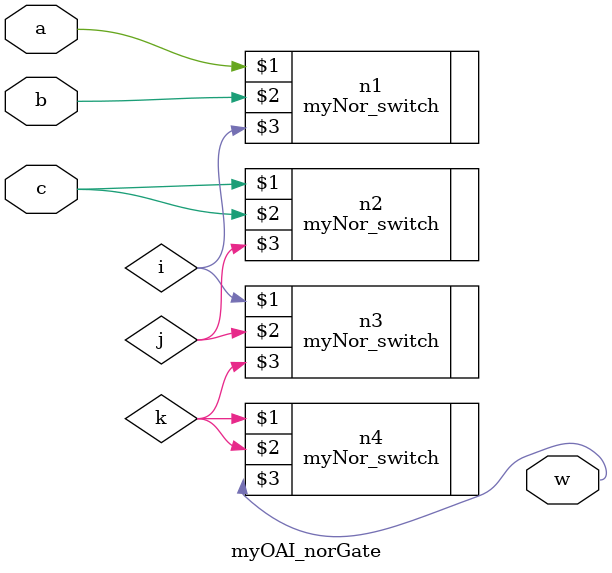
<source format=sv>
`timescale 1ns/1ns
module myOAI_norGate(input a, b, c, output w);
wire i, j, k;
myNor_switch n1(a, b, i), n2(c, c, j), n3(i,j,k), n4(k, k, w);
endmodule
</source>
